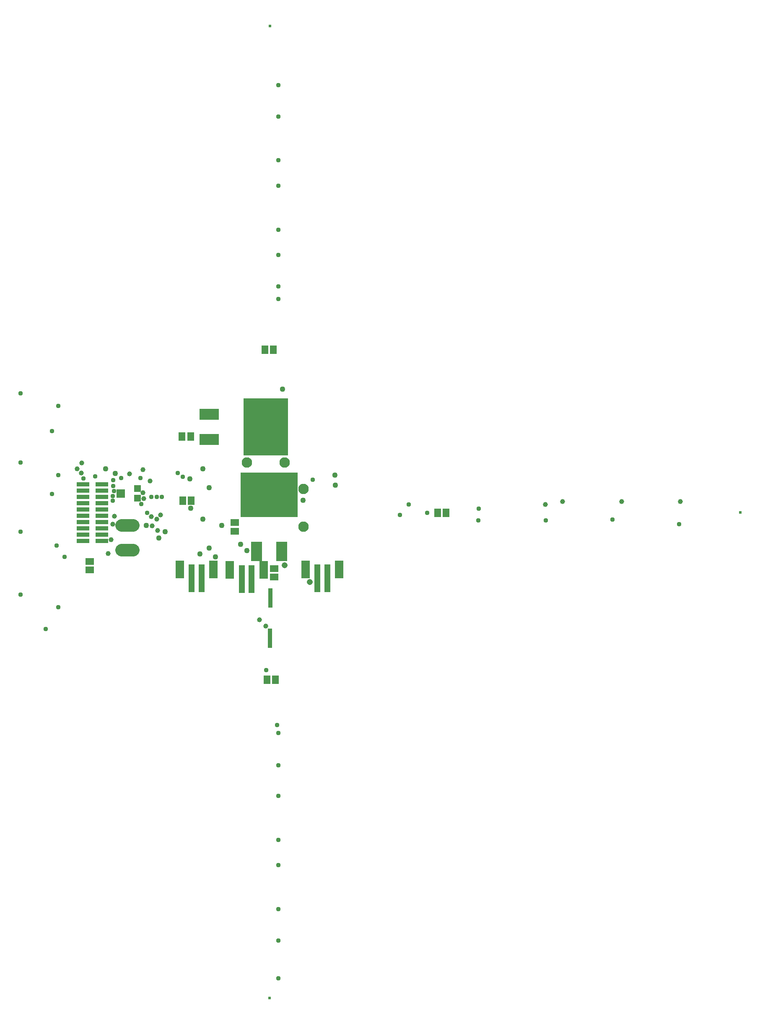
<source format=gts>
G75*
%MOIN*%
%OFA0B0*%
%FSLAX25Y25*%
%IPPOS*%
%LPD*%
%AMOC8*
5,1,8,0,0,1.08239X$1,22.5*
%
%ADD10C,0.02372*%
%ADD11C,0.08277*%
%ADD12C,0.05600*%
%ADD13R,0.10049X0.03750*%
%ADD14R,0.05718X0.06506*%
%ADD15R,0.06506X0.05718*%
%ADD16R,0.04537X0.22254*%
%ADD17R,0.06899X0.13986*%
%ADD18R,0.03356X0.15167*%
%ADD19C,0.09970*%
%ADD20R,0.06899X0.06506*%
%ADD21R,0.05324X0.05324*%
%ADD22R,0.08800X0.15600*%
%ADD23R,0.45600X0.35600*%
%ADD24R,0.15600X0.08800*%
%ADD25R,0.35600X0.45600*%
%ADD26C,0.03772*%
%ADD27C,0.04362*%
%ADD28C,0.03969*%
%ADD29C,0.04756*%
D10*
X0289425Y0030449D03*
X0663835Y0416669D03*
X0289819Y0803283D03*
D11*
X0301315Y0456315D03*
X0316315Y0435134D03*
X0316315Y0405134D03*
X0271315Y0456315D03*
D12*
X0271315Y0456315D03*
X0301315Y0456315D03*
X0316315Y0435134D03*
X0316315Y0405134D03*
D13*
X0156177Y0403815D03*
X0156177Y0408815D03*
X0156177Y0413815D03*
X0156177Y0418815D03*
X0156177Y0423815D03*
X0156177Y0428815D03*
X0156177Y0433815D03*
X0156177Y0438815D03*
X0141177Y0438815D03*
X0141177Y0433815D03*
X0141177Y0428815D03*
X0141177Y0423815D03*
X0141177Y0418815D03*
X0141177Y0413815D03*
X0141177Y0408815D03*
X0141177Y0403815D03*
X0141177Y0398815D03*
X0141177Y0393815D03*
X0156177Y0393815D03*
X0156177Y0398815D03*
D14*
X0220213Y0425843D03*
X0226906Y0425843D03*
X0226561Y0477015D03*
X0219869Y0477015D03*
X0285764Y0545764D03*
X0292457Y0545764D03*
X0422969Y0416315D03*
X0429661Y0416315D03*
X0294031Y0283402D03*
X0287339Y0283402D03*
D15*
X0293115Y0365069D03*
X0293115Y0371761D03*
X0261551Y0401709D03*
X0261551Y0408402D03*
X0146315Y0377693D03*
X0146315Y0371000D03*
D16*
X0227378Y0364228D03*
X0235252Y0364228D03*
X0267299Y0363638D03*
X0275173Y0363638D03*
X0327378Y0364228D03*
X0335252Y0364228D03*
D17*
X0344701Y0371315D03*
X0317929Y0371315D03*
X0284622Y0370724D03*
X0257850Y0370724D03*
X0244701Y0371315D03*
X0217929Y0371315D03*
D18*
X0290173Y0348559D03*
X0289780Y0316669D03*
D19*
X0181197Y0386472D02*
X0171827Y0386472D01*
X0171827Y0406157D02*
X0181197Y0406157D01*
D20*
X0171197Y0431709D03*
D21*
X0184287Y0435646D03*
X0184287Y0427772D03*
D22*
X0279110Y0385606D03*
X0299110Y0385606D03*
D23*
X0289110Y0430606D03*
D24*
X0241315Y0474465D03*
X0241315Y0494465D03*
D25*
X0286315Y0484465D03*
D26*
X0111315Y0323953D03*
X0121315Y0341315D03*
X0091315Y0351315D03*
X0119976Y0390370D03*
X0126315Y0381315D03*
X0091315Y0401315D03*
X0116315Y0431315D03*
X0121315Y0446315D03*
X0141315Y0443559D03*
X0150579Y0445101D03*
X0165016Y0442142D03*
X0165016Y0437535D03*
X0165803Y0433402D03*
X0164622Y0429661D03*
X0164622Y0425724D03*
X0171315Y0443835D03*
X0186669Y0443835D03*
X0195331Y0428874D03*
X0199661Y0428874D03*
X0203815Y0428815D03*
X0192102Y0416315D03*
X0187457Y0423362D03*
X0216472Y0447890D03*
X0220528Y0445016D03*
X0323677Y0442654D03*
X0392969Y0414701D03*
X0400055Y0422969D03*
X0414858Y0416315D03*
X0455567Y0419425D03*
X0455409Y0410055D03*
X0508953Y0410055D03*
X0562102Y0410843D03*
X0615173Y0407299D03*
X0295528Y0247496D03*
X0296315Y0241315D03*
X0296354Y0215567D03*
X0296315Y0191315D03*
X0296315Y0156315D03*
X0296315Y0136315D03*
X0296315Y0101315D03*
X0296315Y0076315D03*
X0296315Y0046315D03*
X0286709Y0291315D03*
X0116315Y0481315D03*
X0121315Y0501315D03*
X0091315Y0511315D03*
X0091315Y0456315D03*
X0296315Y0586315D03*
X0296315Y0596315D03*
X0296315Y0621315D03*
X0296315Y0641315D03*
X0296315Y0676315D03*
X0296315Y0696709D03*
X0296315Y0731315D03*
X0296315Y0756315D03*
D27*
X0299543Y0514543D03*
X0341315Y0446315D03*
X0341709Y0438362D03*
X0315882Y0426079D03*
X0271315Y0386315D03*
X0266315Y0391315D03*
X0251315Y0406315D03*
X0236315Y0411315D03*
X0226709Y0420016D03*
X0241315Y0436315D03*
X0236315Y0451315D03*
X0225882Y0443126D03*
X0206315Y0401315D03*
X0201315Y0396315D03*
X0191315Y0406315D03*
X0166738Y0447705D03*
X0158915Y0451315D03*
X0233913Y0383598D03*
X0241394Y0388323D03*
X0246315Y0381315D03*
D28*
X0281315Y0331315D03*
X0286315Y0326315D03*
X0200429Y0402142D03*
X0196197Y0405921D03*
X0199681Y0411217D03*
X0195449Y0413087D03*
X0202811Y0414701D03*
X0189425Y0427693D03*
X0188717Y0432063D03*
X0194346Y0441709D03*
X0188638Y0450528D03*
X0178008Y0447378D03*
X0165961Y0413677D03*
X0164543Y0407142D03*
X0163441Y0395016D03*
X0161079Y0383992D03*
X0139661Y0447850D03*
X0136315Y0451315D03*
X0140055Y0455724D03*
X0508717Y0422969D03*
X0522339Y0425094D03*
X0569346Y0425252D03*
X0615921Y0425331D03*
D29*
X0321315Y0361315D03*
X0301315Y0374425D03*
M02*

</source>
